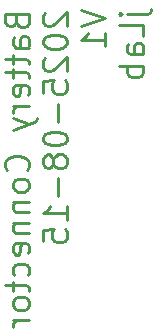
<source format=gbo>
G04 #@! TF.GenerationSoftware,KiCad,Pcbnew,9.0.3*
G04 #@! TF.CreationDate,2025-08-26T18:11:45-07:00*
G04 #@! TF.ProjectId,battery_connector,62617474-6572-4795-9f63-6f6e6e656374,V1*
G04 #@! TF.SameCoordinates,Original*
G04 #@! TF.FileFunction,Legend,Bot*
G04 #@! TF.FilePolarity,Positive*
%FSLAX45Y45*%
G04 Gerber Fmt 4.5, Leading zero omitted, Abs format (unit mm)*
G04 Created by KiCad (PCBNEW 9.0.3) date 2025-08-26 18:11:45*
%MOMM*%
%LPD*%
G01*
G04 APERTURE LIST*
%ADD10C,0.250000*%
%ADD11R,1.700000X1.700000*%
%ADD12C,1.700000*%
G04 APERTURE END LIST*
D10*
X1753495Y-2580733D02*
X1763019Y-2609304D01*
X1763019Y-2609304D02*
X1772543Y-2618828D01*
X1772543Y-2618828D02*
X1791591Y-2628352D01*
X1791591Y-2628352D02*
X1820162Y-2628352D01*
X1820162Y-2628352D02*
X1839210Y-2618828D01*
X1839210Y-2618828D02*
X1848734Y-2609304D01*
X1848734Y-2609304D02*
X1858257Y-2590257D01*
X1858257Y-2590257D02*
X1858257Y-2514066D01*
X1858257Y-2514066D02*
X1658257Y-2514066D01*
X1658257Y-2514066D02*
X1658257Y-2580733D01*
X1658257Y-2580733D02*
X1667781Y-2599781D01*
X1667781Y-2599781D02*
X1677305Y-2609304D01*
X1677305Y-2609304D02*
X1696353Y-2618828D01*
X1696353Y-2618828D02*
X1715400Y-2618828D01*
X1715400Y-2618828D02*
X1734448Y-2609304D01*
X1734448Y-2609304D02*
X1743972Y-2599781D01*
X1743972Y-2599781D02*
X1753495Y-2580733D01*
X1753495Y-2580733D02*
X1753495Y-2514066D01*
X1858257Y-2799781D02*
X1753495Y-2799781D01*
X1753495Y-2799781D02*
X1734448Y-2790257D01*
X1734448Y-2790257D02*
X1724924Y-2771209D01*
X1724924Y-2771209D02*
X1724924Y-2733114D01*
X1724924Y-2733114D02*
X1734448Y-2714066D01*
X1848734Y-2799781D02*
X1858257Y-2780733D01*
X1858257Y-2780733D02*
X1858257Y-2733114D01*
X1858257Y-2733114D02*
X1848734Y-2714066D01*
X1848734Y-2714066D02*
X1829686Y-2704543D01*
X1829686Y-2704543D02*
X1810638Y-2704543D01*
X1810638Y-2704543D02*
X1791591Y-2714066D01*
X1791591Y-2714066D02*
X1782067Y-2733114D01*
X1782067Y-2733114D02*
X1782067Y-2780733D01*
X1782067Y-2780733D02*
X1772543Y-2799781D01*
X1724924Y-2866447D02*
X1724924Y-2942638D01*
X1658257Y-2895019D02*
X1829686Y-2895019D01*
X1829686Y-2895019D02*
X1848734Y-2904542D01*
X1848734Y-2904542D02*
X1858257Y-2923590D01*
X1858257Y-2923590D02*
X1858257Y-2942638D01*
X1724924Y-2980733D02*
X1724924Y-3056923D01*
X1658257Y-3009304D02*
X1829686Y-3009304D01*
X1829686Y-3009304D02*
X1848734Y-3018828D01*
X1848734Y-3018828D02*
X1858257Y-3037876D01*
X1858257Y-3037876D02*
X1858257Y-3056923D01*
X1848734Y-3199781D02*
X1858257Y-3180733D01*
X1858257Y-3180733D02*
X1858257Y-3142638D01*
X1858257Y-3142638D02*
X1848734Y-3123590D01*
X1848734Y-3123590D02*
X1829686Y-3114066D01*
X1829686Y-3114066D02*
X1753495Y-3114066D01*
X1753495Y-3114066D02*
X1734448Y-3123590D01*
X1734448Y-3123590D02*
X1724924Y-3142638D01*
X1724924Y-3142638D02*
X1724924Y-3180733D01*
X1724924Y-3180733D02*
X1734448Y-3199781D01*
X1734448Y-3199781D02*
X1753495Y-3209304D01*
X1753495Y-3209304D02*
X1772543Y-3209304D01*
X1772543Y-3209304D02*
X1791591Y-3114066D01*
X1858257Y-3295019D02*
X1724924Y-3295019D01*
X1763019Y-3295019D02*
X1743972Y-3304542D01*
X1743972Y-3304542D02*
X1734448Y-3314066D01*
X1734448Y-3314066D02*
X1724924Y-3333114D01*
X1724924Y-3333114D02*
X1724924Y-3352162D01*
X1724924Y-3399781D02*
X1858257Y-3447400D01*
X1724924Y-3495019D02*
X1858257Y-3447400D01*
X1858257Y-3447400D02*
X1905876Y-3428352D01*
X1905876Y-3428352D02*
X1915400Y-3418828D01*
X1915400Y-3418828D02*
X1924924Y-3399781D01*
X1839210Y-3837876D02*
X1848734Y-3828352D01*
X1848734Y-3828352D02*
X1858257Y-3799781D01*
X1858257Y-3799781D02*
X1858257Y-3780733D01*
X1858257Y-3780733D02*
X1848734Y-3752162D01*
X1848734Y-3752162D02*
X1829686Y-3733114D01*
X1829686Y-3733114D02*
X1810638Y-3723590D01*
X1810638Y-3723590D02*
X1772543Y-3714066D01*
X1772543Y-3714066D02*
X1743972Y-3714066D01*
X1743972Y-3714066D02*
X1705876Y-3723590D01*
X1705876Y-3723590D02*
X1686829Y-3733114D01*
X1686829Y-3733114D02*
X1667781Y-3752162D01*
X1667781Y-3752162D02*
X1658257Y-3780733D01*
X1658257Y-3780733D02*
X1658257Y-3799781D01*
X1658257Y-3799781D02*
X1667781Y-3828352D01*
X1667781Y-3828352D02*
X1677305Y-3837876D01*
X1858257Y-3952162D02*
X1848734Y-3933114D01*
X1848734Y-3933114D02*
X1839210Y-3923590D01*
X1839210Y-3923590D02*
X1820162Y-3914066D01*
X1820162Y-3914066D02*
X1763019Y-3914066D01*
X1763019Y-3914066D02*
X1743972Y-3923590D01*
X1743972Y-3923590D02*
X1734448Y-3933114D01*
X1734448Y-3933114D02*
X1724924Y-3952162D01*
X1724924Y-3952162D02*
X1724924Y-3980733D01*
X1724924Y-3980733D02*
X1734448Y-3999781D01*
X1734448Y-3999781D02*
X1743972Y-4009304D01*
X1743972Y-4009304D02*
X1763019Y-4018828D01*
X1763019Y-4018828D02*
X1820162Y-4018828D01*
X1820162Y-4018828D02*
X1839210Y-4009304D01*
X1839210Y-4009304D02*
X1848734Y-3999781D01*
X1848734Y-3999781D02*
X1858257Y-3980733D01*
X1858257Y-3980733D02*
X1858257Y-3952162D01*
X1724924Y-4104543D02*
X1858257Y-4104543D01*
X1743972Y-4104543D02*
X1734448Y-4114066D01*
X1734448Y-4114066D02*
X1724924Y-4133114D01*
X1724924Y-4133114D02*
X1724924Y-4161685D01*
X1724924Y-4161685D02*
X1734448Y-4180733D01*
X1734448Y-4180733D02*
X1753495Y-4190257D01*
X1753495Y-4190257D02*
X1858257Y-4190257D01*
X1724924Y-4285495D02*
X1858257Y-4285495D01*
X1743972Y-4285495D02*
X1734448Y-4295019D01*
X1734448Y-4295019D02*
X1724924Y-4314066D01*
X1724924Y-4314066D02*
X1724924Y-4342638D01*
X1724924Y-4342638D02*
X1734448Y-4361686D01*
X1734448Y-4361686D02*
X1753495Y-4371209D01*
X1753495Y-4371209D02*
X1858257Y-4371209D01*
X1848734Y-4542638D02*
X1858257Y-4523590D01*
X1858257Y-4523590D02*
X1858257Y-4485495D01*
X1858257Y-4485495D02*
X1848734Y-4466447D01*
X1848734Y-4466447D02*
X1829686Y-4456924D01*
X1829686Y-4456924D02*
X1753495Y-4456924D01*
X1753495Y-4456924D02*
X1734448Y-4466447D01*
X1734448Y-4466447D02*
X1724924Y-4485495D01*
X1724924Y-4485495D02*
X1724924Y-4523590D01*
X1724924Y-4523590D02*
X1734448Y-4542638D01*
X1734448Y-4542638D02*
X1753495Y-4552162D01*
X1753495Y-4552162D02*
X1772543Y-4552162D01*
X1772543Y-4552162D02*
X1791591Y-4456924D01*
X1848734Y-4723590D02*
X1858257Y-4704543D01*
X1858257Y-4704543D02*
X1858257Y-4666447D01*
X1858257Y-4666447D02*
X1848734Y-4647400D01*
X1848734Y-4647400D02*
X1839210Y-4637876D01*
X1839210Y-4637876D02*
X1820162Y-4628352D01*
X1820162Y-4628352D02*
X1763019Y-4628352D01*
X1763019Y-4628352D02*
X1743972Y-4637876D01*
X1743972Y-4637876D02*
X1734448Y-4647400D01*
X1734448Y-4647400D02*
X1724924Y-4666447D01*
X1724924Y-4666447D02*
X1724924Y-4704543D01*
X1724924Y-4704543D02*
X1734448Y-4723590D01*
X1724924Y-4780733D02*
X1724924Y-4856924D01*
X1658257Y-4809305D02*
X1829686Y-4809305D01*
X1829686Y-4809305D02*
X1848734Y-4818828D01*
X1848734Y-4818828D02*
X1858257Y-4837876D01*
X1858257Y-4837876D02*
X1858257Y-4856924D01*
X1858257Y-4952162D02*
X1848734Y-4933114D01*
X1848734Y-4933114D02*
X1839210Y-4923590D01*
X1839210Y-4923590D02*
X1820162Y-4914067D01*
X1820162Y-4914067D02*
X1763019Y-4914067D01*
X1763019Y-4914067D02*
X1743972Y-4923590D01*
X1743972Y-4923590D02*
X1734448Y-4933114D01*
X1734448Y-4933114D02*
X1724924Y-4952162D01*
X1724924Y-4952162D02*
X1724924Y-4980733D01*
X1724924Y-4980733D02*
X1734448Y-4999781D01*
X1734448Y-4999781D02*
X1743972Y-5009305D01*
X1743972Y-5009305D02*
X1763019Y-5018828D01*
X1763019Y-5018828D02*
X1820162Y-5018828D01*
X1820162Y-5018828D02*
X1839210Y-5009305D01*
X1839210Y-5009305D02*
X1848734Y-4999781D01*
X1848734Y-4999781D02*
X1858257Y-4980733D01*
X1858257Y-4980733D02*
X1858257Y-4952162D01*
X1858257Y-5104543D02*
X1724924Y-5104543D01*
X1763019Y-5104543D02*
X1743972Y-5114067D01*
X1743972Y-5114067D02*
X1734448Y-5123590D01*
X1734448Y-5123590D02*
X1724924Y-5142638D01*
X1724924Y-5142638D02*
X1724924Y-5161686D01*
X1999294Y-2504543D02*
X1989770Y-2514066D01*
X1989770Y-2514066D02*
X1980246Y-2533114D01*
X1980246Y-2533114D02*
X1980246Y-2580733D01*
X1980246Y-2580733D02*
X1989770Y-2599781D01*
X1989770Y-2599781D02*
X1999294Y-2609304D01*
X1999294Y-2609304D02*
X2018341Y-2618828D01*
X2018341Y-2618828D02*
X2037389Y-2618828D01*
X2037389Y-2618828D02*
X2065960Y-2609304D01*
X2065960Y-2609304D02*
X2180246Y-2495019D01*
X2180246Y-2495019D02*
X2180246Y-2618828D01*
X1980246Y-2742638D02*
X1980246Y-2761685D01*
X1980246Y-2761685D02*
X1989770Y-2780733D01*
X1989770Y-2780733D02*
X1999294Y-2790257D01*
X1999294Y-2790257D02*
X2018341Y-2799781D01*
X2018341Y-2799781D02*
X2056437Y-2809304D01*
X2056437Y-2809304D02*
X2104056Y-2809304D01*
X2104056Y-2809304D02*
X2142151Y-2799781D01*
X2142151Y-2799781D02*
X2161199Y-2790257D01*
X2161199Y-2790257D02*
X2170722Y-2780733D01*
X2170722Y-2780733D02*
X2180246Y-2761685D01*
X2180246Y-2761685D02*
X2180246Y-2742638D01*
X2180246Y-2742638D02*
X2170722Y-2723590D01*
X2170722Y-2723590D02*
X2161199Y-2714066D01*
X2161199Y-2714066D02*
X2142151Y-2704543D01*
X2142151Y-2704543D02*
X2104056Y-2695019D01*
X2104056Y-2695019D02*
X2056437Y-2695019D01*
X2056437Y-2695019D02*
X2018341Y-2704543D01*
X2018341Y-2704543D02*
X1999294Y-2714066D01*
X1999294Y-2714066D02*
X1989770Y-2723590D01*
X1989770Y-2723590D02*
X1980246Y-2742638D01*
X1999294Y-2885495D02*
X1989770Y-2895019D01*
X1989770Y-2895019D02*
X1980246Y-2914066D01*
X1980246Y-2914066D02*
X1980246Y-2961685D01*
X1980246Y-2961685D02*
X1989770Y-2980733D01*
X1989770Y-2980733D02*
X1999294Y-2990257D01*
X1999294Y-2990257D02*
X2018341Y-2999781D01*
X2018341Y-2999781D02*
X2037389Y-2999781D01*
X2037389Y-2999781D02*
X2065960Y-2990257D01*
X2065960Y-2990257D02*
X2180246Y-2875971D01*
X2180246Y-2875971D02*
X2180246Y-2999781D01*
X1980246Y-3180733D02*
X1980246Y-3085495D01*
X1980246Y-3085495D02*
X2075484Y-3075971D01*
X2075484Y-3075971D02*
X2065960Y-3085495D01*
X2065960Y-3085495D02*
X2056437Y-3104542D01*
X2056437Y-3104542D02*
X2056437Y-3152162D01*
X2056437Y-3152162D02*
X2065960Y-3171209D01*
X2065960Y-3171209D02*
X2075484Y-3180733D01*
X2075484Y-3180733D02*
X2094532Y-3190257D01*
X2094532Y-3190257D02*
X2142151Y-3190257D01*
X2142151Y-3190257D02*
X2161199Y-3180733D01*
X2161199Y-3180733D02*
X2170722Y-3171209D01*
X2170722Y-3171209D02*
X2180246Y-3152162D01*
X2180246Y-3152162D02*
X2180246Y-3104542D01*
X2180246Y-3104542D02*
X2170722Y-3085495D01*
X2170722Y-3085495D02*
X2161199Y-3075971D01*
X2104056Y-3275971D02*
X2104056Y-3428352D01*
X1980246Y-3561685D02*
X1980246Y-3580733D01*
X1980246Y-3580733D02*
X1989770Y-3599781D01*
X1989770Y-3599781D02*
X1999294Y-3609304D01*
X1999294Y-3609304D02*
X2018341Y-3618828D01*
X2018341Y-3618828D02*
X2056437Y-3628352D01*
X2056437Y-3628352D02*
X2104056Y-3628352D01*
X2104056Y-3628352D02*
X2142151Y-3618828D01*
X2142151Y-3618828D02*
X2161199Y-3609304D01*
X2161199Y-3609304D02*
X2170722Y-3599781D01*
X2170722Y-3599781D02*
X2180246Y-3580733D01*
X2180246Y-3580733D02*
X2180246Y-3561685D01*
X2180246Y-3561685D02*
X2170722Y-3542638D01*
X2170722Y-3542638D02*
X2161199Y-3533114D01*
X2161199Y-3533114D02*
X2142151Y-3523590D01*
X2142151Y-3523590D02*
X2104056Y-3514066D01*
X2104056Y-3514066D02*
X2056437Y-3514066D01*
X2056437Y-3514066D02*
X2018341Y-3523590D01*
X2018341Y-3523590D02*
X1999294Y-3533114D01*
X1999294Y-3533114D02*
X1989770Y-3542638D01*
X1989770Y-3542638D02*
X1980246Y-3561685D01*
X2065960Y-3742638D02*
X2056437Y-3723590D01*
X2056437Y-3723590D02*
X2046913Y-3714066D01*
X2046913Y-3714066D02*
X2027865Y-3704542D01*
X2027865Y-3704542D02*
X2018341Y-3704542D01*
X2018341Y-3704542D02*
X1999294Y-3714066D01*
X1999294Y-3714066D02*
X1989770Y-3723590D01*
X1989770Y-3723590D02*
X1980246Y-3742638D01*
X1980246Y-3742638D02*
X1980246Y-3780733D01*
X1980246Y-3780733D02*
X1989770Y-3799781D01*
X1989770Y-3799781D02*
X1999294Y-3809304D01*
X1999294Y-3809304D02*
X2018341Y-3818828D01*
X2018341Y-3818828D02*
X2027865Y-3818828D01*
X2027865Y-3818828D02*
X2046913Y-3809304D01*
X2046913Y-3809304D02*
X2056437Y-3799781D01*
X2056437Y-3799781D02*
X2065960Y-3780733D01*
X2065960Y-3780733D02*
X2065960Y-3742638D01*
X2065960Y-3742638D02*
X2075484Y-3723590D01*
X2075484Y-3723590D02*
X2085008Y-3714066D01*
X2085008Y-3714066D02*
X2104056Y-3704542D01*
X2104056Y-3704542D02*
X2142151Y-3704542D01*
X2142151Y-3704542D02*
X2161199Y-3714066D01*
X2161199Y-3714066D02*
X2170722Y-3723590D01*
X2170722Y-3723590D02*
X2180246Y-3742638D01*
X2180246Y-3742638D02*
X2180246Y-3780733D01*
X2180246Y-3780733D02*
X2170722Y-3799781D01*
X2170722Y-3799781D02*
X2161199Y-3809304D01*
X2161199Y-3809304D02*
X2142151Y-3818828D01*
X2142151Y-3818828D02*
X2104056Y-3818828D01*
X2104056Y-3818828D02*
X2085008Y-3809304D01*
X2085008Y-3809304D02*
X2075484Y-3799781D01*
X2075484Y-3799781D02*
X2065960Y-3780733D01*
X2104056Y-3904542D02*
X2104056Y-4056923D01*
X2180246Y-4256923D02*
X2180246Y-4142638D01*
X2180246Y-4199781D02*
X1980246Y-4199781D01*
X1980246Y-4199781D02*
X2008818Y-4180733D01*
X2008818Y-4180733D02*
X2027865Y-4161685D01*
X2027865Y-4161685D02*
X2037389Y-4142638D01*
X1980246Y-4437876D02*
X1980246Y-4342638D01*
X1980246Y-4342638D02*
X2075484Y-4333114D01*
X2075484Y-4333114D02*
X2065960Y-4342638D01*
X2065960Y-4342638D02*
X2056437Y-4361685D01*
X2056437Y-4361685D02*
X2056437Y-4409304D01*
X2056437Y-4409304D02*
X2065960Y-4428352D01*
X2065960Y-4428352D02*
X2075484Y-4437876D01*
X2075484Y-4437876D02*
X2094532Y-4447400D01*
X2094532Y-4447400D02*
X2142151Y-4447400D01*
X2142151Y-4447400D02*
X2161199Y-4437876D01*
X2161199Y-4437876D02*
X2170722Y-4428352D01*
X2170722Y-4428352D02*
X2180246Y-4409304D01*
X2180246Y-4409304D02*
X2180246Y-4361685D01*
X2180246Y-4361685D02*
X2170722Y-4342638D01*
X2170722Y-4342638D02*
X2161199Y-4333114D01*
X2302235Y-2485495D02*
X2502235Y-2552162D01*
X2502235Y-2552162D02*
X2302235Y-2618828D01*
X2502235Y-2790257D02*
X2502235Y-2675971D01*
X2502235Y-2733114D02*
X2302235Y-2733114D01*
X2302235Y-2733114D02*
X2330806Y-2714066D01*
X2330806Y-2714066D02*
X2349854Y-2695019D01*
X2349854Y-2695019D02*
X2359378Y-2675971D01*
X2690890Y-2514066D02*
X2862319Y-2514066D01*
X2862319Y-2514066D02*
X2881367Y-2504543D01*
X2881367Y-2504543D02*
X2890890Y-2485495D01*
X2890890Y-2485495D02*
X2890890Y-2475971D01*
X2624224Y-2514066D02*
X2633748Y-2504543D01*
X2633748Y-2504543D02*
X2643271Y-2514066D01*
X2643271Y-2514066D02*
X2633748Y-2523590D01*
X2633748Y-2523590D02*
X2624224Y-2514066D01*
X2624224Y-2514066D02*
X2643271Y-2514066D01*
X2824224Y-2704543D02*
X2824224Y-2609304D01*
X2824224Y-2609304D02*
X2624224Y-2609304D01*
X2824224Y-2856923D02*
X2719462Y-2856923D01*
X2719462Y-2856923D02*
X2700414Y-2847400D01*
X2700414Y-2847400D02*
X2690890Y-2828352D01*
X2690890Y-2828352D02*
X2690890Y-2790257D01*
X2690890Y-2790257D02*
X2700414Y-2771209D01*
X2814700Y-2856923D02*
X2824224Y-2837876D01*
X2824224Y-2837876D02*
X2824224Y-2790257D01*
X2824224Y-2790257D02*
X2814700Y-2771209D01*
X2814700Y-2771209D02*
X2795652Y-2761685D01*
X2795652Y-2761685D02*
X2776605Y-2761685D01*
X2776605Y-2761685D02*
X2757557Y-2771209D01*
X2757557Y-2771209D02*
X2748033Y-2790257D01*
X2748033Y-2790257D02*
X2748033Y-2837876D01*
X2748033Y-2837876D02*
X2738510Y-2856923D01*
X2824224Y-2952162D02*
X2624224Y-2952162D01*
X2700414Y-2952162D02*
X2690890Y-2971209D01*
X2690890Y-2971209D02*
X2690890Y-3009304D01*
X2690890Y-3009304D02*
X2700414Y-3028352D01*
X2700414Y-3028352D02*
X2709938Y-3037876D01*
X2709938Y-3037876D02*
X2728986Y-3047400D01*
X2728986Y-3047400D02*
X2786129Y-3047400D01*
X2786129Y-3047400D02*
X2805176Y-3037876D01*
X2805176Y-3037876D02*
X2814700Y-3028352D01*
X2814700Y-3028352D02*
X2824224Y-3009304D01*
X2824224Y-3009304D02*
X2824224Y-2971209D01*
X2824224Y-2971209D02*
X2814700Y-2952162D01*
%LPC*%
D11*
X3361500Y-2757000D03*
D12*
X3361500Y-3011000D03*
X3361500Y-3265000D03*
X3361500Y-3519000D03*
X3361500Y-3773000D03*
X3361500Y-4027000D03*
X3361500Y-4281000D03*
X3361500Y-4535000D03*
X3361500Y-4789000D03*
X3361500Y-5043000D03*
%LPD*%
M02*

</source>
